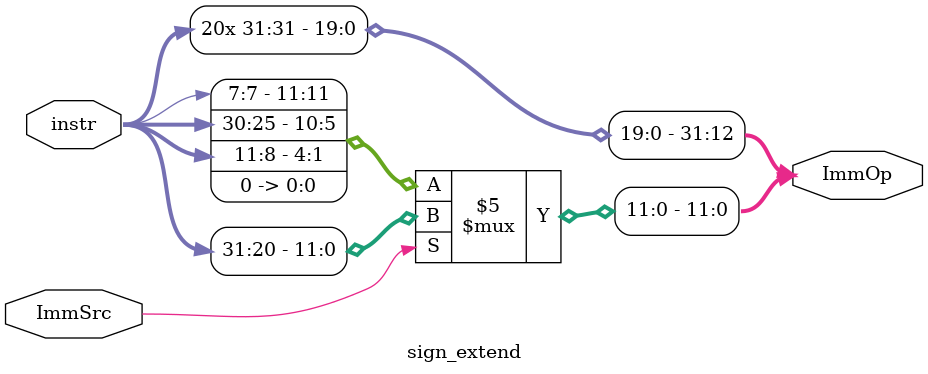
<source format=sv>
module sign_extend #(
    parameter address_width = 32
)(
    input logic     [address_width-1:0]        instr,  //output from Instr Mem
    input logic                                 ImmSrc,
    output logic    [address_width-1:0]         ImmOp   //input to PC and ALUsrc mux
);

always_comb begin
    if (ImmSrc)
        begin
        ImmOp[31:12] = {20{instr[address_width-1]}};
        ImmOp[11:0] = instr[address_width-1:20];
        end
    else
        begin
        ImmOp[31:13] = {19{instr[address_width-1]}};
        ImmOp[12:0] = {instr[address_width-1], instr[7], instr[30:25], instr[11:8],1'b0};
        end    
end

endmodule

</source>
